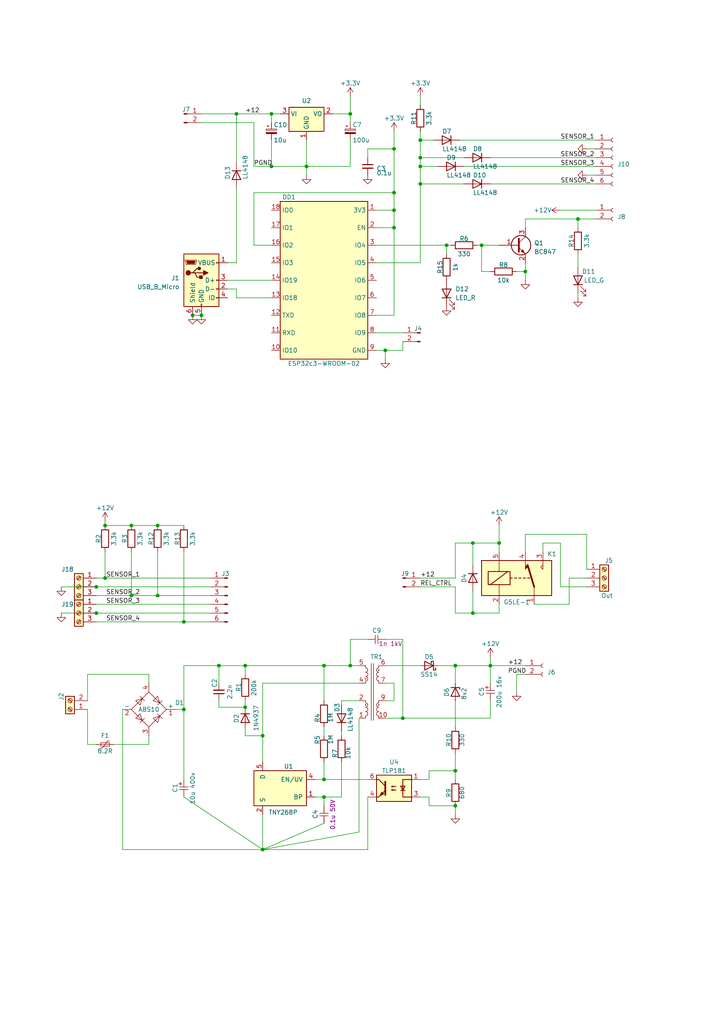
<source format=kicad_sch>
(kicad_sch (version 20230121) (generator eeschema)
  (paper "A4" portrait)
  (title_block (title "Stop Water") (date "2023-05-25") (rev "1"))
  (lib_symbols
    (symbol "Connector:Conn_01x02_Pin" (pin_names (offset 1.016) hide)
      (property "Reference" "J" (at 0 2.54 0))
      (property "Value" "Conn_01x02_Pin" (at 0 -5.08 0))
      (symbol "Conn_01x02_Pin_1_1"
        (pin passive line (at 5.08 0 180) (length 3.81) (name "Pin_1") (number "1"))
        (pin passive line (at 5.08 -2.54 180) (length 3.81) (name "Pin_2") (number "2"))
      )
    )
    (symbol "Connector:Conn_01x02_Socket" (pin_names (offset 1.016) hide)
      (property "Reference" "J" (at 0 2.54 0))
      (property "Value" "Conn_01x02_Socket" (at 0 -5.08 0))
      (symbol "Conn_01x02_Socket_1_1"
        (pin passive line (at -5.08 0 0) (length 3.81) (name "Pin_1") (number "1"))
        (pin passive line (at -5.08 -2.54 0) (length 3.81) (name "Pin_2") (number "2"))
      )
    )
    (symbol "Connector:Conn_01x06_Pin" (pin_names (offset 1.016) hide)
      (property "Reference" "J" (at 0 7.62 0))
      (property "Value" "Conn_01x06_Pin" (at 0 -10.16 0))
      (symbol "Conn_01x06_Pin_1_1"
        (pin passive line (at 5.08 5.08 180) (length 3.81) (name "Pin_1") (number "1"))
        (pin passive line (at 5.08 2.54 180) (length 3.81) (name "Pin_2") (number "2"))
        (pin passive line (at 5.08 0 180) (length 3.81) (name "Pin_3") (number "3"))
        (pin passive line (at 5.08 -2.54 180) (length 3.81) (name "Pin_4") (number "4"))
        (pin passive line (at 5.08 -5.08 180) (length 3.81) (name "Pin_5") (number "5"))
        (pin passive line (at 5.08 -7.62 180) (length 3.81) (name "Pin_6") (number "6"))
      )
    )
    (symbol "Connector:Conn_01x06_Socket" (pin_names (offset 1.016) hide)
      (property "Reference" "J" (at 0 7.62 0))
      (property "Value" "Conn_01x06_Socket" (at 0 -10.16 0))
      (symbol "Conn_01x06_Socket_1_1"
        (pin passive line (at -5.08 5.08 0) (length 3.81) (name "Pin_1") (number "1"))
        (pin passive line (at -5.08 2.54 0) (length 3.81) (name "Pin_2") (number "2"))
        (pin passive line (at -5.08 0 0) (length 3.81) (name "Pin_3") (number "3"))
        (pin passive line (at -5.08 -2.54 0) (length 3.81) (name "Pin_4") (number "4"))
        (pin passive line (at -5.08 -5.08 0) (length 3.81) (name "Pin_5") (number "5"))
        (pin passive line (at -5.08 -7.62 0) (length 3.81) (name "Pin_6") (number "6"))
      )
    )
    (symbol "Connector:Screw_Terminal_01x02" (pin_names (offset 1.016) hide)
      (property "Reference" "J" (at 0 2.54 0))
      (property "Value" "Screw_Terminal_01x02" (at 0 -5.08 0))
      (symbol "Screw_Terminal_01x02_1_1"
        (pin passive line (at -5.08 0 0) (length 3.81) (name "Pin_1") (number "1"))
        (pin passive line (at -5.08 -2.54 0) (length 3.81) (name "Pin_2") (number "2"))
      )
    )
    (symbol "Connector:Screw_Terminal_01x03" (pin_names (offset 1.016) hide)
      (property "Reference" "J" (at 0 5.08 0))
      (property "Value" "Screw_Terminal_01x03" (at 0 -5.08 0))
      (symbol "Screw_Terminal_01x03_1_1"
        (pin passive line (at -5.08 2.54 0) (length 3.81) (name "Pin_1") (number "1"))
        (pin passive line (at -5.08 0 0) (length 3.81) (name "Pin_2") (number "2"))
        (pin passive line (at -5.08 -2.54 0) (length 3.81) (name "Pin_3") (number "3"))
      )
    )
    (symbol "Connector:USB_B_Micro" (pin_names (offset 1.016))
      (property "Reference" "J" (at -5.08 11.43 0))
      (property "Value" "USB_B_Micro" (at -5.08 8.89 0))
      (symbol "USB_B_Micro_1_1"
        (pin power_out line (at 7.62 5.08 180) (length 2.54) (name "VBUS") (number "1"))
        (pin bidirectional line (at 7.62 -2.54 180) (length 2.54) (name "D-") (number "2"))
        (pin bidirectional line (at 7.62 0 180) (length 2.54) (name "D+") (number "3"))
        (pin passive line (at 7.62 -5.08 180) (length 2.54) (name "ID") (number "4"))
        (pin power_out line (at 0 -10.16 90) (length 2.54) (name "GND") (number "5"))
        (pin passive line (at -2.54 -10.16 90) (length 2.54) (name "Shield") (number "6"))
      )
    )
    (symbol "Device:C_Polarized_Small" (pin_numbers hide) (pin_names (offset 0.254) hide)
      (property "Reference" "C" (at 0.254 1.778 0))
      (property "Value" "C_Polarized_Small" (at 0.254 -2.032 0))
      (symbol "C_Polarized_Small_1_1"
        (pin passive line (at 0 2.54 270) (length 1.8542) (name "~") (number "1"))
        (pin passive line (at 0 -2.54 90) (length 1.8542) (name "~") (number "2"))
      )
    )
    (symbol "Device:C_Small" (pin_numbers hide) (pin_names (offset 0.254) hide)
      (property "Reference" "C" (at 0.254 1.778 0))
      (property "Value" "C_Small" (at 0.254 -2.032 0))
      (symbol "C_Small_1_1"
        (pin passive line (at 0 2.54 270) (length 2.032) (name "~") (number "1"))
        (pin passive line (at 0 -2.54 90) (length 2.032) (name "~") (number "2"))
      )
    )
    (symbol "Device:D_Zener" (pin_numbers hide) (pin_names (offset 1.016) hide)
      (property "Reference" "D6" (at -0.635 2.54 90))
      (property "Value" "D_Zener" (at 1.905 2.54 90))
      (symbol "D_Zener_1_1"
        (pin passive line (at -2.54 0 0) (length 0.635) (name "K") (number "1"))
        (pin passive line (at 2.54 0 180) (length 0.635) (name "A") (number "2"))
      )
    )
    (symbol "Device:LED" (pin_numbers hide) (pin_names (offset 1.016) hide)
      (property "Reference" "D" (at 0 2.54 0))
      (property "Value" "LED" (at 0 -2.54 0))
      (symbol "LED_1_1"
        (pin passive line (at -3.81 0 0) (length 2.54) (name "K") (number "1"))
        (pin passive line (at 3.81 0 180) (length 2.54) (name "A") (number "2"))
      )
    )
    (symbol "Device:Polyfuse_Small" (pin_numbers hide) (pin_names (offset 0))
      (property "Reference" "F" (at -1.905 0 90))
      (property "Value" "Polyfuse_Small" (at 1.905 0 90))
      (symbol "Polyfuse_Small_1_1"
        (pin passive line (at 0 2.54 270) (length 0.635) (name "~") (number "1"))
        (pin passive line (at 0 -2.54 90) (length 0.635) (name "~") (number "2"))
      )
    )
    (symbol "Device:R" (pin_numbers hide) (pin_names (offset 0))
      (property "Reference" "R" (at 2.032 0 90))
      (property "Value" "R" (at 0 0 90))
      (symbol "R_1_1"
        (pin passive line (at 0 3.81 270) (length 1.27) (name "~") (number "1"))
        (pin passive line (at 0 -3.81 90) (length 1.27) (name "~") (number "2"))
      )
    )
    (symbol "Diode:LL4148" (pin_numbers hide) (pin_names hide)
      (property "Reference" "D" (at 0 2.54 0))
      (property "Value" "LL4148" (at 0 -2.54 0))
      (symbol "LL4148_1_1"
        (pin passive line (at -3.81 0 0) (length 2.54) (name "K") (number "1"))
        (pin passive line (at 3.81 0 180) (length 2.54) (name "A") (number "2"))
      )
    )
    (symbol "Diode:MMSD4148" (pin_numbers hide) (pin_names hide)
      (property "Reference" "D" (at 0 2.54 0))
      (property "Value" "MMSD4148" (at 0 -2.54 0))
      (symbol "MMSD4148_1_1"
        (pin passive line (at -3.81 0 0) (length 2.54) (name "K") (number "1"))
        (pin passive line (at 3.81 0 180) (length 2.54) (name "A") (number "2"))
      )
    )
    (symbol "Diode_Bridge:ABS10" (pin_names (offset 0))
      (property "Reference" "D" (at 2.54 6.985 0))
      (property "Value" "ABS10" (at 2.54 5.08 0))
      (symbol "ABS10_1_1"
        (pin passive line (at 7.62 0 180) (length 2.54) (name "+") (number "1"))
        (pin passive line (at -7.62 0 0) (length 2.54) (name "-") (number "2"))
        (pin passive line (at 0 -7.62 90) (length 2.54) (name "~") (number "3"))
        (pin passive line (at 0 7.62 270) (length 2.54) (name "~") (number "4"))
      )
    )
    (symbol "Isolator:TLP185"
      (property "Reference" "U" (at -5.08 5.08 0))
      (property "Value" "TLP185" (at -5.08 -5.08 0))
      (symbol "TLP185_1_1"
        (pin passive line (at -7.62 2.54 0) (length 2.54) (name "~") (number "1"))
        (pin passive line (at -7.62 -2.54 0) (length 2.54) (name "~") (number "3"))
        (pin passive line (at 7.62 -2.54 180) (length 2.54) (name "~") (number "4"))
        (pin passive line (at 7.62 2.54 180) (length 2.54) (name "~") (number "6"))
      )
    )
    (symbol "Regulator_Linear:LD1117S33TR_SOT223"
      (property "Reference" "U" (at -3.81 3.175 0))
      (property "Value" "LD1117S33TR_SOT223" (at 0 3.175 0))
      (symbol "LD1117S33TR_SOT223_1_1"
        (pin power_in line (at 0 -7.62 90) (length 2.54) (name "GND") (number "1"))
        (pin power_out line (at 7.62 0 180) (length 2.54) (name "VO") (number "2"))
        (pin power_in line (at -7.62 0 0) (length 2.54) (name "VI") (number "3"))
      )
    )
    (symbol "Regulator_Switching:TNY268P" (pin_names (offset 1.016))
      (property "Reference" "U" (at 0 8.89 0))
      (property "Value" "TNY268P" (at 0 6.35 0))
      (symbol "TNY268P_1_1"
        (pin input line (at 10.16 -2.54 180) (length 2.54) (name "BP") (number "1"))
        (pin power_in line (at -5.08 -7.62 90) (length 2.54) (name "S") (number "2"))
        (pin passive line (at -5.08 -7.62 90) (length 2.54) hide (name "S") (number "3"))
        (pin input line (at 10.16 2.54 180) (length 2.54) (name "EN/UV") (number "4"))
        (pin open_collector line (at -5.08 7.62 270) (length 2.54) (name "D") (number "5"))
        (pin passive line (at -5.08 -7.62 90) (length 2.54) hide (name "S") (number "7"))
        (pin passive line (at -5.08 -7.62 90) (length 2.54) hide (name "S") (number "8"))
      )
    )
    (symbol "Relay:G5LE-1"
      (property "Reference" "K" (at 11.43 3.81 0))
      (property "Value" "G5LE-1" (at 11.43 1.27 0))
      (symbol "G5LE-1_1_1"
        (pin passive line (at 5.08 -7.62 90) (length 2.54) (name "~") (number "1"))
        (pin passive line (at -5.08 -7.62 90) (length 2.54) (name "~") (number "2"))
        (pin passive line (at 7.62 7.62 270) (length 2.54) (name "~") (number "3"))
        (pin passive line (at 2.54 7.62 270) (length 2.54) (name "~") (number "4"))
        (pin passive line (at -5.08 7.62 270) (length 2.54) (name "~") (number "5"))
      )
    )
    (symbol "Transistor_BJT:BC847" (pin_names (offset 0) hide)
      (property "Reference" "Q" (at 5.08 1.905 0))
      (property "Value" "BC847" (at 5.08 0 0))
      (symbol "BC847_1_1"
        (pin input line (at -5.08 0 0) (length 5.715) (name "B") (number "1"))
        (pin passive line (at 2.54 -5.08 90) (length 2.54) (name "E") (number "2"))
        (pin passive line (at 2.54 5.08 270) (length 2.54) (name "C") (number "3"))
      )
    )
    (symbol "power:+12V" (power) (pin_names (offset 0))
      (property "Value" "+12V" (at 0 3.556 0))
      (symbol "+12V_1_1"
        (pin power_in line (at 0 0 90) (length 0) hide (name "+12V") (number "1"))
      )
    )
    (symbol "power:+3.3V" (power) (pin_names (offset 0))
      (property "Value" "+3.3V" (at 0 3.556 0))
      (symbol "+3.3V_1_1"
        (pin power_in line (at 0 0 90) (length 0) hide (name "+3.3V") (number "1"))
      )
    )
    (symbol "power:GND" (power) (pin_names (offset 0))
      (property "Value" "GND" (at 0 -3.81 0))
      (symbol "GND_1_1"
        (pin power_in line (at 0 0 270) (length 0) hide (name "GND") (number "1"))
      )
    )
    (symbol "stopwater:1N4937" (pin_numbers hide) (pin_names hide)
      (property "Reference" "D3" (at 0 -5.08 0))
      (property "Value" "1N4007" (at 0 -2.54 0))
      (symbol "1N4937_1_1"
        (pin passive line (at -2.54 0 0) (length 2.54) (name "K") (number "1"))
        (pin passive line (at 2.54 0 180) (length 2.54) (name "A") (number "2"))
      )
    )
    (symbol "stopwater:1N5819" (pin_numbers hide) (pin_names hide)
      (property "Reference" "D4" (at -0.3175 -5.08 0))
      (property "Value" "1N5819" (at -0.3175 -2.54 0))
      (symbol "1N5819_1_1"
        (pin passive line (at -2.54 0 0) (length 2.54) (name "K") (number "1"))
        (pin passive line (at 2.54 0 180) (length 2.54) (name "A") (number "2"))
      )
    )
    (symbol "stopwater:C" (pin_numbers hide) (pin_names (offset 0.254) hide)
      (property "Reference" "C8" (at -2.54 -1.27 90))
      (property "Value_1" "0.1u" (at 2.54 0 90))
      (symbol "C_1_1"
        (pin passive line (at 0 2.54 270) (length 1.8542) (name "plus") (number "1"))
        (pin passive line (at 0 -2.54 90) (length 1.8542) (name "minus") (number "2"))
      )
    )
    (symbol "stopwater:C_Polarized_Small" (pin_numbers hide) (pin_names (offset 0.254) hide)
      (property "Reference" "C7" (at 2.54 1.1811 0))
      (property "Value" "C_Polarized_Small" (at 2.54 -1.3589 0))
      (symbol "C_Polarized_Small_1_1"
        (text "+" (at -1.016 1.397 0) (effects (font (size 1.27 1.27))))
        (pin passive line (at 0 2.54 270) (length 1.8542) (name "plus") (number "1"))
        (pin passive line (at 0 -2.54 90) (length 1.8542) (name "minus") (number "2"))
      )
    )
    (symbol "stopwater:ESP32C3-WROOM-02"
      (property "Reference" "DD1" (at 1.9559 36.83 0))
      (property "Value" "ESP32c3-WROOM-02" (at -10.16 -15.24 0))
      (symbol "ESP32C3-WROOM-02_1_0"
        (pin power_in line (at -15.24 -10.16 0) (length 2.54) hide (name "GND") (number "19"))
      )
      (symbol "ESP32C3-WROOM-02_1_1"
        (pin power_in line (at -15.24 30.48 0) (length 2.54) (name "3V3") (number "1"))
        (pin bidirectional line (at 15.24 -10.16 180) (length 2.54) (name "IO10") (number "10"))
        (pin bidirectional line (at 15.24 -5.08 180) (length 2.54) (name "RXD") (number "11"))
        (pin bidirectional line (at 15.24 0 180) (length 2.54) (name "TXD") (number "12"))
        (pin bidirectional line (at 15.24 5.08 180) (length 2.54) (name "IO18") (number "13"))
        (pin bidirectional line (at 15.24 10.16 180) (length 2.54) (name "IO19") (number "14"))
        (pin bidirectional line (at 15.24 15.24 180) (length 2.54) (name "IO3") (number "15"))
        (pin bidirectional line (at 15.24 20.32 180) (length 2.54) (name "IO2") (number "16"))
        (pin bidirectional line (at 15.24 25.4 180) (length 2.54) (name "IO1") (number "17"))
        (pin bidirectional line (at 15.24 30.48 180) (length 2.54) (name "IO0") (number "18"))
        (pin power_in line (at -15.24 25.4 0) (length 2.54) (name "EN") (number "2"))
        (pin power_in line (at -15.24 20.32 0) (length 2.54) (name "IO4") (number "3"))
        (pin bidirectional line (at -15.24 15.24 0) (length 2.54) (name "IO5") (number "4"))
        (pin bidirectional line (at -15.24 10.16 0) (length 2.54) (name "IO6") (number "5"))
        (pin bidirectional line (at -15.24 5.08 0) (length 2.54) (name "IO7") (number "6"))
        (pin bidirectional line (at -15.24 0 0) (length 2.54) (name "IO8") (number "7"))
        (pin bidirectional line (at -15.24 -5.08 0) (length 2.54) (name "IO9") (number "8"))
        (pin power_in line (at -15.24 -10.16 0) (length 2.54) (name "GND") (number "9"))
      )
    )
    (symbol "stopwater:FAT_74082"
      (property "Reference" "TR1" (at -2.54 17.78 0))
      (symbol "FAT_74082_1_1"
        (pin passive line (at -7.62 0 0) (length 1.27) (name "~") (number "1"))
        (pin passive line (at 0 0 180) (length 1.27) (name "~") (number "10"))
        (pin passive line (at -7.62 5.08 0) (length 1.27) (name "~") (number "2"))
        (pin passive line (at -7.62 10.16 0) (length 1.27) (name "~") (number "4"))
        (pin passive line (at -7.62 15.24 0) (length 1.27) (name "~") (number "5"))
        (pin passive line (at 0 15.24 180) (length 1.27) (name "~") (number "6"))
        (pin passive line (at 0 10.16 180) (length 1.27) (name "~") (number "7"))
        (pin no_connect line (at 0 7.62 180) (length 2.54) hide (name "~") (number "8"))
        (pin passive line (at 0 5.08 180) (length 1.27) (name "~") (number "9"))
      )
    )
  )
  (junction (at 101.6 193.04))
  (junction (at 58.42 91.44))
  (junction (at 139.7 71.12))
  (junction (at 121.92 40.64))
  (junction (at 30.48 152.4))
  (junction (at 121.92 45.72))
  (junction (at 30.48 167.64))
  (junction (at 132.08 233.68))
  (junction (at 114.3 43.18))
  (junction (at 121.92 48.26))
  (junction (at 27.94 170.18))
  (junction (at 101.6 33.02))
  (junction (at 137.16 177.8))
  (junction (at 78.74 48.26))
  (junction (at 93.98 231.14))
  (junction (at 45.72 152.4))
  (junction (at 27.94 177.8))
  (junction (at 88.9 48.26))
  (junction (at 78.74 33.02))
  (junction (at 152.4 78.74))
  (junction (at 68.58 33.02))
  (junction (at 167.64 63.5))
  (junction (at 144.78 157.48))
  (junction (at 114.3 55.88))
  (junction (at 111.76 101.6))
  (junction (at 116.84 208.28))
  (junction (at 132.08 223.52))
  (junction (at 114.3 66.04))
  (junction (at 55.88 91.44))
  (junction (at 53.34 180.34))
  (junction (at 76.2 246.38))
  (junction (at 93.98 193.04))
  (junction (at 121.92 53.34))
  (junction (at 53.34 205.74))
  (junction (at 93.98 226.06))
  (junction (at 142.24 193.04))
  (junction (at 76.2 213.36))
  (junction (at 114.3 60.96))
  (junction (at 71.12 205.105))
  (junction (at 129.54 71.12))
  (junction (at 71.12 193.04))
  (junction (at 45.72 172.72))
  (junction (at 132.08 193.04))
  (junction (at 137.16 157.48))
  (junction (at 38.1 152.4))
  (junction (at 38.1 172.72))
  (junction (at 63.5 193.04))
  (wire (pts (xy 134.62 48.26) (xy 172.72 48.26)))
  (wire (pts (xy 152.4 154.94) (xy 152.4 160.02)))
  (wire (pts (xy 121.92 170.18) (xy 132.08 170.18)))
  (wire (pts (xy 132.08 218.44) (xy 132.08 223.52)))
  (wire (pts (xy 142.24 193.04) (xy 142.24 198.12)))
  (wire (pts (xy 170.18 167.64) (xy 165.1 167.64)))
  (wire (pts (xy 132.08 170.18) (xy 132.08 177.8)))
  (wire (pts (xy 76.2 246.38) (xy 93.98 238.76)))
  (wire (pts (xy 30.48 167.64) (xy 27.94 167.64)))
  (wire (pts (xy 121.92 40.64) (xy 121.92 45.72)))
  (wire (pts (xy 106.68 45.72) (xy 106.68 43.18)))
  (wire (pts (xy 71.12 205.74) (xy 71.12 205.105)))
  (wire (pts (xy 121.92 45.72) (xy 121.92 48.26)))
  (wire (pts (xy 38.1 152.4) (xy 45.72 152.4)))
  (wire (pts (xy 30.48 151.13) (xy 30.48 152.4)))
  (wire (pts (xy 93.98 193.04) (xy 93.98 203.2)))
  (wire (pts (xy 45.72 160.02) (xy 45.72 172.72)))
  (wire (pts (xy 53.34 160.02) (xy 53.34 180.34)))
  (wire (pts (xy 101.6 185.42) (xy 101.6 193.04)))
  (wire (pts (xy 109.22 60.96) (xy 114.3 60.96)))
  (wire (pts (xy 45.72 152.4) (xy 53.34 152.4)))
  (wire (pts (xy 167.64 85.09) (xy 167.64 86.36)))
  (wire (pts (xy 121.92 48.26) (xy 121.92 53.34)))
  (wire (pts (xy 93.98 210.82) (xy 93.98 213.36)))
  (wire (pts (xy 139.7 71.12) (xy 144.78 71.12)))
  (wire (pts (xy 53.34 205.74) (xy 53.34 226.06)))
  (wire (pts (xy 63.5 203.2) (xy 63.5 205.105)))
  (wire (pts (xy 142.24 53.34) (xy 172.72 53.34)))
  (wire (pts (xy 132.08 223.52) (xy 124.46 223.52)))
  (wire (pts (xy 53.34 231.14) (xy 76.2 246.38)))
  (wire (pts (xy 121.92 48.26) (xy 127 48.26)))
  (wire (pts (xy 165.1 167.64) (xy 165.1 175.26)))
  (wire (pts (xy 132.08 236.22) (xy 132.08 233.68)))
  (wire (pts (xy 144.78 160.02) (xy 144.78 157.48)))
  (wire (pts (xy 17.78 170.18) (xy 27.94 170.18)))
  (wire (pts (xy 71.12 205.105) (xy 71.12 203.2)))
  (wire (pts (xy 71.12 193.04) (xy 71.12 195.58)))
  (wire (pts (xy 114.3 203.2) (xy 114.3 198.12)))
  (wire (pts (xy 93.98 193.04) (xy 101.6 193.04)))
  (wire (pts (xy 88.9 40.64) (xy 88.9 48.26)))
  (wire (pts (xy 68.58 83.82) (xy 66.04 83.82)))
  (wire (pts (xy 43.18 215.9) (xy 33.02 215.9)))
  (wire (pts (xy 142.24 45.72) (xy 172.72 45.72)))
  (wire (pts (xy 60.96 180.34) (xy 53.34 180.34)))
  (wire (pts (xy 106.68 43.18) (xy 114.3 43.18)))
  (wire (pts (xy 101.6 27.94) (xy 101.6 33.02)))
  (wire (pts (xy 133.35 40.64) (xy 172.72 40.64)))
  (wire (pts (xy 111.76 198.12) (xy 114.3 198.12)))
  (wire (pts (xy 121.92 76.2) (xy 109.22 76.2)))
  (wire (pts (xy 104.14 241.3) (xy 76.2 246.38)))
  (wire (pts (xy 121.92 38.1) (xy 121.92 40.64)))
  (wire (pts (xy 99.06 231.14) (xy 93.98 231.14)))
  (wire (pts (xy 144.78 157.48) (xy 137.16 157.48)))
  (wire (pts (xy 38.1 160.02) (xy 38.1 172.72)))
  (wire (pts (xy 106.68 231.14) (xy 106.68 246.38)))
  (wire (pts (xy 25.4 215.9) (xy 25.4 205.74)))
  (wire (pts (xy 68.58 86.36) (xy 68.58 83.82)))
  (wire (pts (xy 53.34 205.74) (xy 50.8 205.74)))
  (wire (pts (xy 71.12 210.82) (xy 71.12 213.36)))
  (wire (pts (xy 116.84 101.6) (xy 111.76 101.6)))
  (wire (pts (xy 68.58 33.02) (xy 68.58 46.99)))
  (wire (pts (xy 162.56 60.96) (xy 172.72 60.96)))
  (wire (pts (xy 68.58 76.2) (xy 66.04 76.2)))
  (wire (pts (xy 78.74 81.28) (xy 66.04 81.28)))
  (wire (pts (xy 109.22 101.6) (xy 111.76 101.6)))
  (wire (pts (xy 60.96 170.18) (xy 27.94 170.18)))
  (wire (pts (xy 121.92 53.34) (xy 121.92 76.2)))
  (wire (pts (xy 111.76 208.28) (xy 116.84 208.28)))
  (wire (pts (xy 109.22 71.12) (xy 129.54 71.12)))
  (wire (pts (xy 35.56 205.74) (xy 35.56 246.38)))
  (wire (pts (xy 91.44 231.14) (xy 93.98 231.14)))
  (wire (pts (xy 149.86 195.58) (xy 149.86 200.66)))
  (wire (pts (xy 99.06 212.09) (xy 99.06 213.36)))
  (wire (pts (xy 93.98 220.98) (xy 93.98 226.06)))
  (wire (pts (xy 45.72 172.72) (xy 38.1 172.72)))
  (wire (pts (xy 124.46 226.06) (xy 121.92 226.06)))
  (wire (pts (xy 35.56 246.38) (xy 76.2 246.38)))
  (wire (pts (xy 43.18 195.58) (xy 25.4 195.58)))
  (wire (pts (xy 76.2 198.12) (xy 76.2 213.36)))
  (wire (pts (xy 38.1 172.72) (xy 27.94 172.72)))
  (wire (pts (xy 60.96 167.64) (xy 30.48 167.64)))
  (wire (pts (xy 139.7 71.12) (xy 139.7 78.74)))
  (wire (pts (xy 132.08 177.8) (xy 137.16 177.8)))
  (wire (pts (xy 53.34 180.34) (xy 27.94 180.34)))
  (wire (pts (xy 104.14 208.28) (xy 104.14 241.3)))
  (wire (pts (xy 132.08 203.2) (xy 132.08 210.82)))
  (wire (pts (xy 17.78 177.8) (xy 27.94 177.8)))
  (wire (pts (xy 101.6 33.02) (xy 101.6 35.56)))
  (wire (pts (xy 91.44 226.06) (xy 93.98 226.06)))
  (wire (pts (xy 60.96 177.8) (xy 27.94 177.8)))
  (wire (pts (xy 142.24 203.2) (xy 142.24 208.28)))
  (wire (pts (xy 93.98 231.14) (xy 93.98 233.68)))
  (wire (pts (xy 138.43 71.12) (xy 139.7 71.12)))
  (wire (pts (xy 53.34 193.04) (xy 63.5 193.04)))
  (wire (pts (xy 88.9 48.26) (xy 101.6 48.26)))
  (wire (pts (xy 142.24 190.5) (xy 142.24 193.04)))
  (wire (pts (xy 170.18 154.94) (xy 152.4 154.94)))
  (wire (pts (xy 99.06 203.2) (xy 99.06 204.47)))
  (wire (pts (xy 157.48 157.48) (xy 162.56 157.48)))
  (wire (pts (xy 132.08 193.04) (xy 142.24 193.04)))
  (wire (pts (xy 121.92 53.34) (xy 134.62 53.34)))
  (wire (pts (xy 88.9 50.8) (xy 88.9 48.26)))
  (wire (pts (xy 114.3 55.88) (xy 73.66 55.88)))
  (wire (pts (xy 73.66 71.12) (xy 73.66 55.88)))
  (wire (pts (xy 114.3 38.1) (xy 114.3 43.18)))
  (wire (pts (xy 121.92 27.94) (xy 121.92 30.48)))
  (wire (pts (xy 132.08 157.48) (xy 137.16 157.48)))
  (wire (pts (xy 111.76 185.42) (xy 116.84 185.42)))
  (wire (pts (xy 76.2 246.38) (xy 106.68 246.38)))
  (wire (pts (xy 73.66 35.56) (xy 73.66 48.26)))
  (wire (pts (xy 152.4 63.5) (xy 152.4 66.04)))
  (wire (pts (xy 124.46 233.68) (xy 124.46 231.14)))
  (wire (pts (xy 152.4 195.58) (xy 149.86 195.58)))
  (wire (pts (xy 132.08 157.48) (xy 132.08 167.64)))
  (wire (pts (xy 121.92 40.64) (xy 125.73 40.64)))
  (wire (pts (xy 71.12 213.36) (xy 76.2 213.36)))
  (wire (pts (xy 109.22 91.44) (xy 114.3 91.44)))
  (wire (pts (xy 132.08 233.68) (xy 124.46 233.68)))
  (wire (pts (xy 132.08 226.06) (xy 132.08 223.52)))
  (wire (pts (xy 104.14 198.12) (xy 76.2 198.12)))
  (wire (pts (xy 114.3 60.96) (xy 114.3 55.88)))
  (wire (pts (xy 101.6 193.04) (xy 104.14 193.04)))
  (wire (pts (xy 30.48 152.4) (xy 38.1 152.4)))
  (wire (pts (xy 76.2 246.38) (xy 76.2 236.22)))
  (wire (pts (xy 114.3 55.88) (xy 114.3 43.18)))
  (wire (pts (xy 63.5 198.12) (xy 63.5 193.04)))
  (wire (pts (xy 68.58 33.02) (xy 78.74 33.02)))
  (wire (pts (xy 116.84 185.42) (xy 116.84 208.28)))
  (wire (pts (xy 137.16 177.8) (xy 144.78 177.8)))
  (wire (pts (xy 68.58 54.61) (xy 68.58 76.2)))
  (wire (pts (xy 58.42 33.02) (xy 68.58 33.02)))
  (wire (pts (xy 78.74 33.02) (xy 78.74 35.56)))
  (wire (pts (xy 78.74 71.12) (xy 73.66 71.12)))
  (wire (pts (xy 121.92 45.72) (xy 134.62 45.72)))
  (wire (pts (xy 73.66 35.56) (xy 58.42 35.56)))
  (wire (pts (xy 116.84 99.06) (xy 116.84 101.6)))
  (wire (pts (xy 93.98 226.06) (xy 106.68 226.06)))
  (wire (pts (xy 96.52 33.02) (xy 101.6 33.02)))
  (wire (pts (xy 152.4 78.74) (xy 152.4 76.2)))
  (wire (pts (xy 157.48 157.48) (xy 157.48 160.02)))
  (wire (pts (xy 60.96 172.72) (xy 45.72 172.72)))
  (wire (pts (xy 167.64 77.47) (xy 167.64 73.66)))
  (wire (pts (xy 121.92 231.14) (xy 124.46 231.14)))
  (wire (pts (xy 63.5 193.04) (xy 71.12 193.04)))
  (wire (pts (xy 78.74 33.02) (xy 81.28 33.02)))
  (wire (pts (xy 114.3 66.04) (xy 114.3 91.44)))
  (wire (pts (xy 71.12 193.04) (xy 93.98 193.04)))
  (wire (pts (xy 170.18 50.8) (xy 172.72 50.8)))
  (wire (pts (xy 137.16 157.48) (xy 137.16 163.83)))
  (wire (pts (xy 124.46 223.52) (xy 124.46 226.06)))
  (wire (pts (xy 58.42 91.44) (xy 55.88 91.44)))
  (wire (pts (xy 78.74 48.26) (xy 88.9 48.26)))
  (wire (pts (xy 53.34 205.74) (xy 53.34 193.04)))
  (wire (pts (xy 114.3 66.04) (xy 114.3 60.96)))
  (wire (pts (xy 78.74 86.36) (xy 68.58 86.36)))
  (wire (pts (xy 111.76 101.6) (xy 111.76 104.14)))
  (wire (pts (xy 152.4 193.04) (xy 142.24 193.04)))
  (wire (pts (xy 43.18 198.12) (xy 43.18 195.58)))
  (wire (pts (xy 162.56 157.48) (xy 162.56 170.18)))
  (wire (pts (xy 137.16 171.45) (xy 137.16 177.8)))
  (wire (pts (xy 106.68 185.42) (xy 101.6 185.42)))
  (wire (pts (xy 149.86 78.74) (xy 152.4 78.74)))
  (wire (pts (xy 152.4 81.28) (xy 152.4 78.74)))
  (wire (pts (xy 144.78 175.26) (xy 144.78 177.8)))
  (wire (pts (xy 111.76 203.2) (xy 114.3 203.2)))
  (wire (pts (xy 63.5 205.105) (xy 71.12 205.105)))
  (wire (pts (xy 43.18 213.36) (xy 43.18 215.9)))
  (wire (pts (xy 73.66 48.26) (xy 78.74 48.26)))
  (wire (pts (xy 99.06 220.98) (xy 99.06 231.14)))
  (wire (pts (xy 129.54 71.12) (xy 129.54 73.66)))
  (wire (pts (xy 27.94 215.9) (xy 25.4 215.9)))
  (wire (pts (xy 76.2 213.36) (xy 76.2 220.98)))
  (wire (pts (xy 132.08 198.12) (xy 132.08 193.04)))
  (wire (pts (xy 109.22 66.04) (xy 114.3 66.04)))
  (wire (pts (xy 116.84 96.52) (xy 109.22 96.52)))
  (wire (pts (xy 121.92 167.64) (xy 132.08 167.64)))
  (wire (pts (xy 167.64 63.5) (xy 167.64 66.04)))
  (wire (pts (xy 129.54 71.12) (xy 130.81 71.12)))
  (wire (pts (xy 116.84 208.28) (xy 142.24 208.28)))
  (wire (pts (xy 172.72 43.18) (xy 170.18 43.18)))
  (wire (pts (xy 152.4 63.5) (xy 167.64 63.5)))
  (wire (pts (xy 30.48 160.02) (xy 30.48 167.64)))
  (wire (pts (xy 101.6 40.64) (xy 101.6 48.26)))
  (wire (pts (xy 167.64 63.5) (xy 172.72 63.5)))
  (wire (pts (xy 111.76 193.04) (xy 121.92 193.04)))
  (wire (pts (xy 60.96 175.26) (xy 27.94 175.26)))
  (wire (pts (xy 127 193.04) (xy 132.08 193.04)))
  (wire (pts (xy 99.06 203.2) (xy 104.14 203.2)))
  (wire (pts (xy 142.24 78.74) (xy 139.7 78.74)))
  (wire (pts (xy 25.4 195.58) (xy 25.4 203.2)))
  (wire (pts (xy 144.78 152.4) (xy 144.78 157.48)))
  (wire (pts (xy 78.74 40.64) (xy 78.74 48.26)))
  (wire (pts (xy 162.56 170.18) (xy 170.18 170.18)))
  (wire (pts (xy 170.18 165.1) (xy 170.18 154.94)))
  (wire (pts (xy 154.94 175.26) (xy 165.1 175.26)))
  (label "SENSOR_3" (at 40.64 175.26 180))
  (label "SENSOR_1" (at 162.56 40.64 0))
  (label "REL_CTRL" (at 121.92 170.18 0))
  (label "SENSOR_4" (at 40.64 180.34 180))
  (label "+12" (at 71.12 33.02 0))
  (label "SENSOR_4" (at 162.56 53.34 0))
  (label "PGND" (at 73.66 48.26 0))
  (label "PGND" (at 147.32 195.58 0))
  (label "SENSOR_1" (at 40.64 167.64 180))
  (label "SENSOR_2" (at 40.64 172.72 180))
  (label "+12" (at 121.92 167.64 0))
  (label "SENSOR_2" (at 162.56 45.72 0))
  (label "SENSOR_3" (at 162.56 48.26 0))
  (label "+12" (at 147.32 193.04 0))
  (symbol (lib_id "power:+12V") (at 142.24 190.5 0) (unit 1)
    (property "Reference" "#PWR010" (effects hide))
    (property "Value" "+12V" (at 142.24 186.69 0))
  )
  (symbol (lib_id "Connector:Conn_01x06_Socket") (at 177.8 45.72 0) (unit 1)
    (property "Reference" "J10" (at 179.07 47.625 0) (effects (justify left)))
    (property "Value" "Conn_01x06_Socket" (effects hide))
  )
  (symbol (lib_id "power:GND") (at 17.78 177.8 0) (unit 1)
    (property "Reference" "#PWR020" (effects hide))
    (property "Value" "GND" (effects hide))
  )
  (symbol (lib_id "Diode:LL4148") (at 68.58 50.8 270) (unit 1)
    (property "Reference" "D13" (at 66.04 52.07 0) (effects (justify right)))
    (property "Value" "LL4148" (at 71.12 52.07 0) (effects (justify right)))
    (property "Footprint" "Diode_SMD:D_MiniMELF" (effects hide))
    (property "Datasheet" "http://www.vishay.com/docs/85557/ll4148.pdf" (effects hide))
    (property "Sim.Device" "D" (effects hide))
    (property "Sim.Pins" "1=K 2=A" (effects hide))
  )
  (symbol (lib_id "Diode:LL4148") (at 129.54 40.64 180) (unit 1)
    (property "Reference" "D7" (at 128.27 38.1 0) (effects (justify right)))
    (property "Value" "LL4148" (at 128.27 43.18 0) (effects (justify right)))
    (property "Footprint" "Diode_SMD:D_MiniMELF" (effects hide))
    (property "Datasheet" "http://www.vishay.com/docs/85557/ll4148.pdf" (effects hide))
    (property "Sim.Device" "D" (effects hide))
    (property "Sim.Pins" "1=K 2=A" (effects hide))
  )
  (symbol (lib_id "power:GND") (at 58.42 91.44 0) (mirror y) (unit 1)
    (property "Reference" "#PWR02" (effects hide))
    (property "Value" "GND" (effects hide))
  )
  (symbol (lib_id "stopwater:C_Polarized_Small") (at 142.24 200.66 0) (unit 1)
    (property "Reference" "C5" (at 139.7 201.93 90) (effects (justify left)))
    (property "Value" "C_Polarized_Small" (effects hide))
    (property "Footprint" "Capacitor_THT:CP_Radial_D8.0mm_P3.50mm" (effects hide))
    (property "Value" "200u 16v" (at 144.78 200.66 90))
  )
  (symbol (lib_id "stopwater:C_Polarized_Small") (at 53.34 228.6 0) (unit 1)
    (property "Reference" "C1" (at 50.8 229.87 90) (effects (justify left)))
    (property "Value" "C_Polarized_Small" (effects hide))
    (property "Footprint" "Capacitor_THT:CP_Radial_D10.0mm_P5.00mm" (effects hide))
    (property "Value" "10u 400v" (at 55.88 228.6 90))
  )
  (symbol (lib_id "stopwater:1N5819") (at 124.46 193.04 180) (unit 1)
    (property "Reference" "D5" (at 124.46 190.5 0))
    (property "Value" "SS14" (at 124.46 195.58 0))
    (property "Footprint" "Diode_SMD:D_SMA" (effects hide))
  )
  (symbol (lib_id "Device:LED") (at 167.64 81.28 90) (unit 1)
    (property "Reference" "D11" (at 172.72 78.74 90) (effects (justify left)))
    (property "Value" "LED_G" (at 175.26 81.28 90) (effects (justify left)))
  )
  (symbol (lib_id "Device:R") (at 38.1 156.21 0) (unit 1)
    (property "Reference" "R3" (at 36.195 156.21 90))
    (property "Value" "3.3k" (at 40.64 156.21 90))
    (property "Footprint" "Resistor_SMD:R_0603_1608Metric_Pad0.98x0.95mm_HandSolder" (effects hide))
  )
  (symbol (lib_id "Relay:G5LE-1") (at 149.86 167.64 0) (unit 1)
    (property "Reference" "K1" (at 158.75 160.655 0) (effects (justify left)))
    (property "Value" "G5LE-1" (at 146.05 174.625 0) (effects (justify left)))
    (property "Footprint" "Relay_THT:Relay_SPDT_Omron-G5LE-1" (effects hide))
    (property "Datasheet" "http://www.omron.com/ecb/products/pdf/en-g5le.pdf" (effects hide))
  )
  (symbol (lib_id "Device:R") (at 121.92 34.29 0) (mirror x) (unit 1)
    (property "Reference" "R11" (at 120.015 34.29 90))
    (property "Value" "3.3k" (at 124.46 34.29 90))
    (property "Footprint" "Resistor_SMD:R_0603_1608Metric_Pad0.98x0.95mm_HandSolder" (effects hide))
  )
  (symbol (lib_id "Device:R") (at 53.34 156.21 0) (unit 1)
    (property "Reference" "R13" (at 51.435 156.21 90))
    (property "Value" "3.3k" (at 55.88 156.21 90))
    (property "Footprint" "Resistor_SMD:R_0603_1608Metric_Pad0.98x0.95mm_HandSolder" (effects hide))
  )
  (symbol (lib_id "Connector:Screw_Terminal_01x03") (at 22.86 170.18 0) (mirror y) (unit 1)
    (property "Reference" "J18" (at 17.78 165.1 0) (effects (justify right)))
    (property "Value" "Out" (effects hide))
    (property "Footprint" "TerminalBlock_MetzConnect:TerminalBlock_MetzConnect_Type011_RT05503HBWC_1x03_P5.00mm_Horizontal" (effects hide))
  )
  (symbol (lib_id "power:+3.3V") (at 121.92 27.94 0) (mirror y) (unit 1)
    (property "Reference" "#PWR07" (effects hide))
    (property "Value" "+3.3V" (at 121.92 24.13 0))
  )
  (symbol (lib_id "Device:R") (at 93.98 217.17 180) (unit 1)
    (property "Reference" "R5" (at 92.075 215.9 90) (effects (justify right)))
    (property "Value" "1M" (at 95.885 215.9 90) (effects (justify right)))
    (property "Footprint" "Resistor_SMD:R_1206_3216Metric_Pad1.30x1.75mm_HandSolder" (effects hide))
  )
  (symbol (lib_id "power:GND") (at 106.68 50.8 0) (mirror y) (unit 1)
    (property "Reference" "#PWR03" (effects hide))
    (property "Value" "GND" (effects hide))
  )
  (symbol (lib_id "power:+12V") (at 144.78 152.4 0) (unit 1)
    (property "Reference" "#PWR08" (effects hide))
    (property "Value" "+12V" (at 144.78 148.59 0))
  )
  (symbol (lib_id "Diode:LL4148") (at 138.43 53.34 180) (unit 1)
    (property "Reference" "D10" (at 137.16 50.8 0) (effects (justify right)))
    (property "Value" "LL4148" (at 137.16 55.88 0) (effects (justify right)))
    (property "Footprint" "Diode_SMD:D_MiniMELF" (effects hide))
    (property "Datasheet" "http://www.vishay.com/docs/85557/ll4148.pdf" (effects hide))
    (property "Sim.Device" "D" (effects hide))
    (property "Sim.Pins" "1=K 2=A" (effects hide))
  )
  (symbol (lib_id "Device:R") (at 134.62 71.12 270) (unit 1)
    (property "Reference" "R6" (at 134.62 69.215 90))
    (property "Value" "330" (at 134.62 73.66 90))
    (property "Footprint" "Resistor_SMD:R_0603_1608Metric_Pad0.98x0.95mm_HandSolder" (effects hide))
  )
  (symbol (lib_id "Device:R") (at 30.48 156.21 0) (unit 1)
    (property "Reference" "R2" (at 28.575 156.21 90))
    (property "Value" "3.3k" (at 33.02 156.21 90))
    (property "Footprint" "Resistor_SMD:R_0603_1608Metric_Pad0.98x0.95mm_HandSolder" (effects hide))
  )
  (symbol (lib_id "power:GND") (at 132.08 236.22 0) (mirror y) (unit 1)
    (property "Reference" "#PWR016" (effects hide))
    (property "Value" "GND" (effects hide))
  )
  (symbol (lib_id "power:GND") (at 111.76 104.14 0) (mirror y) (unit 1)
    (property "Reference" "#PWR04" (effects hide))
    (property "Value" "GND" (effects hide))
  )
  (symbol (lib_id "Device:R") (at 71.12 199.39 180) (unit 1)
    (property "Reference" "R1" (at 69.215 200.66 90) (effects (justify right)))
    (property "Value" "200k" (at 73.66 201.93 90) (effects (justify right)))
    (property "Footprint" "Resistor_THT:R_Axial_DIN0411_L9.9mm_D3.6mm_P15.24mm_Horizontal" (effects hide))
  )
  (symbol (lib_id "stopwater:ESP32C3-WROOM-02") (at 93.98 91.44 0) (mirror y) (unit 1)
    (property "Reference" "DD1" (at 83.82 57.15 0))
    (property "Value" "ESP32c3-WROOM-02" (at 93.98 105.41 0))
    (property "Footprint" "stopwater:ESP32C3-WROOM-02" (effects hide))
    (property "Datasheet" "https://www.espressif.com/sites/default/files/documentation/esp32-wroom-32d_esp32-wroom-32u_datasheet_en.pdf" (effects hide))
  )
  (symbol (lib_id "stopwater:FAT_74082") (at 111.76 208.28 0) (unit 1)
    (property "Reference" "TR1" (at 109.22 190.5 0))
    (property "Value" "FAT_74082" (effects hide))
    (property "Footprint" "stopwater:FAT_74082" (effects hide))
  )
  (symbol (lib_id "Device:R") (at 132.08 214.63 180) (unit 1)
    (property "Reference" "R10" (at 130.175 216.535 90) (effects (justify right)))
    (property "Value" "330" (at 133.985 216.535 90) (effects (justify right)))
    (property "Footprint" "Resistor_SMD:R_0805_2012Metric_Pad1.20x1.40mm_HandSolder" (effects hide))
  )
  (symbol (lib_id "power:GND") (at 129.54 88.9 0) (mirror y) (unit 1)
    (property "Reference" "#PWR018" (effects hide))
    (property "Value" "GND" (effects hide))
  )
  (symbol (lib_id "power:+12V") (at 30.48 151.13 0) (unit 1)
    (property "Reference" "#PWR014" (effects hide))
    (property "Value" "+12V" (at 30.48 147.32 0))
  )
  (symbol (lib_id "Device:Polyfuse_Small") (at 30.48 215.9 90) (unit 1)
    (property "Reference" "F1" (at 30.48 213.36 90))
    (property "Value" "Polyfuse_Small" (effects hide))
    (property "Footprint" "Fuse:Fuse_BelFuse_0ZRE0005FF_L8.3mm_W3.8mm" (effects hide))
    (property "Value" "8.2R" (at 30.48 217.805 90))
  )
  (symbol (lib_id "power:GND") (at 170.18 43.18 270) (mirror x) (unit 1)
    (property "Reference" "#PWR06" (effects hide))
    (property "Value" "GND" (effects hide))
  )
  (symbol (lib_id "power:GND") (at 17.78 170.18 0) (unit 1)
    (property "Reference" "#PWR022" (effects hide))
    (property "Value" "GND" (effects hide))
  )
  (symbol (lib_id "Device:R") (at 129.54 77.47 0) (mirror x) (unit 1)
    (property "Reference" "R15" (at 127.635 77.47 90))
    (property "Value" "1k" (at 132.08 77.47 90))
    (property "Footprint" "Resistor_SMD:R_0603_1608Metric_Pad0.98x0.95mm_HandSolder" (effects hide))
  )
  (symbol (lib_id "Device:R") (at 93.98 207.01 180) (unit 1)
    (property "Reference" "R4" (at 92.075 209.55 90) (effects (justify right)))
    (property "Value" "1M" (at 95.885 209.55 90) (effects (justify right)))
    (property "Footprint" "Resistor_SMD:R_1206_3216Metric_Pad1.30x1.75mm_HandSolder" (effects hide))
  )
  (symbol (lib_id "Device:LED") (at 129.54 85.09 90) (unit 1)
    (property "Reference" "D12" (at 132.08 83.82 90) (effects (justify right)))
    (property "Value" "LED_R" (at 132.08 86.36 90) (effects (justify right)))
  )
  (symbol (lib_id "Diode:LL4148") (at 99.06 208.28 90) (unit 1)
    (property "Reference" "D3" (at 97.79 203.835 0) (effects (justify right)))
    (property "Value" "LL4148" (at 101.6 205.105 0) (effects (justify right)))
    (property "Footprint" "Diode_SMD:D_MiniMELF" (effects hide))
    (property "Datasheet" "http://www.vishay.com/docs/85557/ll4148.pdf" (effects hide))
    (property "Sim.Device" "D" (effects hide))
    (property "Sim.Pins" "1=K 2=A" (effects hide))
  )
  (symbol (lib_id "power:GND") (at 170.18 50.8 270) (mirror x) (unit 1)
    (property "Reference" "#PWR017" (effects hide))
    (property "Value" "GND" (effects hide))
  )
  (symbol (lib_id "power:GND") (at 55.88 91.44 0) (mirror y) (unit 1)
    (property "Reference" "#PWR01" (effects hide))
    (property "Value" "GND" (effects hide))
  )
  (symbol (lib_id "Connector:Conn_01x02_Pin") (at 116.84 167.64 0) (unit 1)
    (property "Reference" "J9" (at 117.475 166.37 0))
    (property "Value" "Conn_01x02_Pin" (effects hide))
  )
  (symbol (lib_id "Device:C_Polarized_Small") (at 101.6 38.1 0) (unit 1)
    (property "Reference" "C7" (at 102.235 36.195 0) (effects (justify left)))
    (property "Value" "100u" (at 102.235 40.64 0) (effects (justify left)))
    (property "Footprint" "Capacitor_Tantalum_SMD:CP_EIA-2012-12_Kemet-R" (effects hide))
  )
  (symbol (lib_id "Connector:Conn_01x02_Socket") (at 177.8 60.96 0) (unit 1)
    (property "Reference" "J8" (at 179.07 62.865 0) (effects (justify left)))
    (property "Value" "Conn_01x02_Socket" (effects hide))
  )
  (symbol (lib_id "Device:D_Zener") (at 132.08 200.66 270) (unit 1)
    (property "Reference" "D6" (at 129.54 199.39 0) (effects (justify left)))
    (property "Value" "8v2" (at 134.62 199.39 0) (effects (justify left)))
    (property "Footprint" "Diode_SMD:D_MiniMELF_Handsoldering" (effects hide))
  )
  (symbol (lib_id "Connector:Conn_01x02_Pin") (at 121.92 96.52 0) (mirror y) (unit 1)
    (property "Reference" "J4" (at 121.285 95.25 0))
    (property "Value" "Conn_01x02_Pin" (effects hide))
    (property "Footprint" "Connector_PinSocket_2.54mm:PinSocket_1x02_P2.54mm_Vertical" (effects hide))
  )
  (symbol (lib_id "power:GND") (at 149.86 200.66 0) (mirror y) (unit 1)
    (property "Reference" "#PWR011" (effects hide))
    (property "Value" "GND" (effects hide))
  )
  (symbol (lib_id "Connector:Conn_01x02_Pin") (at 53.34 33.02 0) (unit 1)
    (property "Reference" "J7" (at 53.975 31.75 0))
    (property "Value" "Conn_01x02_Pin" (effects hide))
  )
  (symbol (lib_id "Device:C_Small") (at 63.5 200.66 180) (unit 1)
    (property "Reference" "C2" (at 62.23 198.12 90))
    (property "Value" "2.2n" (at 66.675 200.66 90))
    (property "Footprint" "Capacitor_THT:C_Axial_L5.1mm_D3.1mm_P7.50mm_Horizontal" (effects hide))
  )
  (symbol (lib_id "stopwater:C") (at 109.22 185.42 270) (unit 1)
    (property "Reference" "C9" (at 107.95 182.88 90) (effects (justify left)))
    (property "Value" "C_Polarized_Small" (effects hide))
    (property "Footprint" "Capacitor_THT:C_Disc_D4.3mm_W1.9mm_P5.00mm" (effects hide))
    (property "Value_1" "1n 1kV" (at 109.855 186.69 90) (effects (justify left)))
  )
  (symbol (lib_id "Device:R") (at 146.05 78.74 270) (unit 1)
    (property "Reference" "R8" (at 146.05 76.835 90))
    (property "Value" "10k" (at 146.05 81.28 90))
    (property "Footprint" "Resistor_SMD:R_0603_1608Metric_Pad0.98x0.95mm_HandSolder" (effects hide))
  )
  (symbol (lib_id "Device:C_Small") (at 106.68 48.26 0) (unit 1)
    (property "Reference" "C3" (at 109.22 48.9013 0) (effects (justify left)))
    (property "Value" "0.1u" (at 109.22 50.1713 0) (effects (justify left)))
    (property "Footprint" "Capacitor_SMD:C_0603_1608Metric_Pad1.08x0.95mm_HandSolder" (effects hide))
  )
  (symbol (lib_id "Device:R") (at 45.72 156.21 0) (unit 1)
    (property "Reference" "R12" (at 43.815 156.21 90))
    (property "Value" "3.3k" (at 48.26 156.21 90))
    (property "Footprint" "Resistor_SMD:R_0603_1608Metric_Pad0.98x0.95mm_HandSolder" (effects hide))
  )
  (symbol (lib_id "Diode_Bridge:ABS10") (at 43.18 205.74 0) (unit 1)
    (property "Reference" "D1" (at 52.07 203.8097 0))
    (property "Value" "ABS10" (at 43.18 205.74 0))
    (property "Footprint" "Diode_SMD:Diode_Bridge_Diotec_ABS" (effects hide))
    (property "Datasheet" "https://diotec.com/tl_files/diotec/files/pdf/datasheets/abs2.pdf" (effects hide))
  )
  (symbol (lib_id "Regulator_Switching:TNY268P") (at 81.28 228.6 0) (unit 1)
    (property "Reference" "U1" (at 85.09 222.25 0) (effects (justify right)))
    (property "Value" "TNY268P" (at 86.36 235.585 0) (effects (justify right)))
    (property "Footprint" "Package_DIP:PowerIntegrations_PDIP-8B" (effects hide))
    (property "Datasheet" "http://www.powerint.com/sites/default/files/product-docs/tny263_268.pdf" (effects hide))
  )
  (symbol (lib_id "power:GND") (at 167.64 86.36 0) (mirror y) (unit 1)
    (property "Reference" "#PWR019" (effects hide))
    (property "Value" "GND" (effects hide))
  )
  (symbol (lib_id "Diode:MMSD4148") (at 137.16 167.64 270) (unit 1)
    (property "Reference" "D4" (at 134.62 166.37 0) (effects (justify left)))
    (property "Value" "MMSD4148" (effects hide))
    (property "Footprint" "Diode_SMD:D_SOD-123" (effects hide))
    (property "Datasheet" "https://www.onsemi.com/pub/Collateral/MMSD4148T1-D.PDF" (effects hide))
    (property "Sim.Device" "D" (effects hide))
    (property "Sim.Pins" "1=K 2=A" (effects hide))
  )
  (symbol (lib_id "power:GND") (at 88.9 50.8 0) (mirror y) (unit 1)
    (property "Reference" "#PWR012" (effects hide))
    (property "Value" "GND" (effects hide))
  )
  (symbol (lib_id "Connector:Conn_01x02_Socket") (at 157.48 193.04 0) (unit 1)
    (property "Reference" "J6" (at 158.75 194.945 0) (effects (justify left)))
    (property "Value" "Conn_01x02_Socket" (effects hide))
  )
  (symbol (lib_id "Transistor_BJT:BC847") (at 149.86 71.12 0) (unit 1)
    (property "Reference" "Q1" (at 154.94 70.485 0) (effects (justify left)))
    (property "Value" "BC847" (at 154.94 73.025 0) (effects (justify left)))
    (property "Footprint" "Package_TO_SOT_SMD:SOT-23" (effects hide))
    (property "Datasheet" "http://www.infineon.com/dgdl/Infineon-BC847SERIES_BC848SERIES_BC849SERIES_BC850SERIES-DS-v01_01-en.pdf?fileId=db3a304314dca389011541d4630a1657" (effects hide))
  )
  (symbol (lib_id "Isolator:TLP185") (at 114.3 228.6 0) (mirror y) (unit 1)
    (property "Reference" "U4" (at 114.3 220.98 0))
    (property "Value" "TLP181" (at 114.3 223.52 0))
    (property "Footprint" "Package_SO:SOIC-4_4.55x3.7mm_P2.54mm" (effects hide))
    (property "Datasheet" "https://toshiba.semicon-storage.com/info/docget.jsp?did=11791&prodName=TLP185" (effects hide))
  )
  (symbol (lib_id "stopwater:C") (at 93.98 236.22 0) (unit 1)
    (property "Reference" "C4" (at 91.44 237.49 90) (effects (justify left)))
    (property "Value" "C_Polarized_Small" (effects hide))
    (property "Footprint" "Capacitor_SMD:C_0805_2012Metric_Pad1.18x1.45mm_HandSolder" (effects hide))
    (property "Value_1" "0.1u 50V" (at 96.52 240.665 90) (effects (justify left)))
  )
  (symbol (lib_id "Device:R") (at 167.64 69.85 0) (mirror x) (unit 1)
    (property "Reference" "R14" (at 165.735 69.85 90))
    (property "Value" "3.3k" (at 170.18 69.85 90))
    (property "Footprint" "Resistor_SMD:R_0603_1608Metric_Pad0.98x0.95mm_HandSolder" (effects hide))
  )
  (symbol (lib_id "Connector:Screw_Terminal_01x02") (at 20.32 205.74 180) (unit 1)
    (property "Reference" "J2" (at 17.78 203.2 90) (effects (justify right)))
    (property "Value" "~220" (effects hide))
    (property "Footprint" "TerminalBlock_MetzConnect:TerminalBlock_MetzConnect_Type011_RT05502HBWC_1x02_P5.00mm_Horizontal" (effects hide))
  )
  (symbol (lib_id "Connector:USB_B_Micro") (at 58.42 81.28 0) (unit 1)
    (property "Reference" "J1" (at 52.07 80.645 0) (effects (justify right)))
    (property "Value" "USB_B_Micro" (at 52.07 83.185 0) (effects (justify right)))
    (property "Footprint" "Connector_USB:USB_Micro-B_Molex_47346-0001" (effects hide))
  )
  (symbol (lib_id "power:+12V") (at 162.56 60.96 90) (unit 1)
    (property "Reference" "#PWR015" (effects hide))
    (property "Value" "+12V" (at 160.02 60.96 90) (effects (justify left)))
  )
  (symbol (lib_id "power:+3.3V") (at 114.3 38.1 0) (mirror y) (unit 1)
    (property "Reference" "#PWR05" (effects hide))
    (property "Value" "+3.3V" (at 114.3 34.29 0))
  )
  (symbol (lib_id "stopwater:1N4937") (at 71.12 208.28 270) (unit 1)
    (property "Reference" "D2" (at 68.58 207.01 0) (effects (justify left)))
    (property "Value" "1N4937" (at 74.295 204.47 0) (effects (justify left)))
    (property "Footprint" "Diode_THT:D_DO-41_SOD81_P10.16mm_Horizontal" (effects hide))
    (property "Sim.Device" "D" (effects hide))
    (property "Sim.Pins" "1=K 2=A" (effects hide))
  )
  (symbol (lib_id "Connector:Screw_Terminal_01x03") (at 22.86 177.8 0) (mirror y) (unit 1)
    (property "Reference" "J19" (at 17.78 175.26 0) (effects (justify right)))
    (property "Value" "Out" (effects hide))
    (property "Footprint" "TerminalBlock_MetzConnect:TerminalBlock_MetzConnect_Type011_RT05503HBWC_1x03_P5.00mm_Horizontal" (effects hide))
  )
  (symbol (lib_id "Diode:LL4148") (at 138.43 45.72 180) (unit 1)
    (property "Reference" "D8" (at 137.16 43.18 0) (effects (justify right)))
    (property "Value" "LL4148" (at 137.16 48.26 0) (effects (justify right)))
    (property "Footprint" "Diode_SMD:D_MiniMELF" (effects hide))
    (property "Datasheet" "http://www.vishay.com/docs/85557/ll4148.pdf" (effects hide))
    (property "Sim.Device" "D" (effects hide))
    (property "Sim.Pins" "1=K 2=A" (effects hide))
  )
  (symbol (lib_id "power:+3.3V") (at 101.6 27.94 0) (mirror y) (unit 1)
    (property "Reference" "#PWR013" (effects hide))
    (property "Value" "+3.3V" (at 101.6 24.13 0))
  )
  (symbol (lib_id "Connector:Conn_01x06_Pin") (at 66.04 172.72 0) (mirror y) (unit 1)
    (property "Reference" "J3" (at 65.405 166.37 0))
    (property "Value" "Conn_01x06_Pin" (effects hide))
    (property "Footprint" "Connector_PinHeader_2.54mm:PinHeader_1x06_P2.54mm_Vertical" (effects hide))
  )
  (symbol (lib_id "Device:C_Polarized_Small") (at 78.74 38.1 0) (unit 1)
    (property "Reference" "C10" (at 79.375 36.195 0) (effects (justify left)))
    (property "Value" "10u" (at 79.375 40.64 0) (effects (justify left)))
    (property "Footprint" "Capacitor_THT:CP_Radial_D5.0mm_P2.50mm" (effects hide))
  )
  (symbol (lib_id "Diode:LL4148") (at 130.81 48.26 180) (unit 1)
    (property "Reference" "D9" (at 129.54 45.72 0) (effects (justify right)))
    (property "Value" "LL4148" (at 129.54 50.8 0) (effects (justify right)))
    (property "Footprint" "Diode_SMD:D_MiniMELF" (effects hide))
    (property "Datasheet" "http://www.vishay.com/docs/85557/ll4148.pdf" (effects hide))
    (property "Sim.Device" "D" (effects hide))
    (property "Sim.Pins" "1=K 2=A" (effects hide))
  )
  (symbol (lib_id "Connector:Screw_Terminal_01x03") (at 175.26 167.64 0) (unit 1)
    (property "Reference" "J5" (at 177.8 162.56 0) (effects (justify right)))
    (property "Value" "Out" (at 177.8 172.72 0) (effects (justify right)))
    (property "Footprint" "TerminalBlock_MetzConnect:TerminalBlock_MetzConnect_Type011_RT05503HBWC_1x03_P5.00mm_Horizontal" (effects hide))
  )
  (symbol (lib_id "power:GND") (at 152.4 81.28 0) (mirror y) (unit 1)
    (property "Reference" "#PWR09" (effects hide))
    (property "Value" "GND" (effects hide))
  )
  (symbol (lib_id "Device:R") (at 99.06 217.17 0) (unit 1)
    (property "Reference" "R7" (at 97.155 217.17 90) (effects (justify right)))
    (property "Value" "10k" (at 100.965 216.535 90) (effects (justify right)))
    (property "Footprint" "Resistor_SMD:R_0805_2012Metric_Pad1.20x1.40mm_HandSolder" (effects hide))
  )
  (symbol (lib_id "Regulator_Linear:LD1117S33TR_SOT223") (at 88.9 33.02 0) (unit 1)
    (property "Reference" "U2" (at 88.9 29.21 0))
    (property "Value" "LD1117S33TR_SOT223" (effects hide))
    (property "Footprint" "Package_TO_SOT_SMD:SOT-223-3_TabPin2" (effects hide))
    (property "Datasheet" "http://www.st.com/st-web-ui/static/active/en/resource/technical/document/datasheet/CD00000544.pdf" (effects hide))
  )
  (symbol (lib_id "Device:R") (at 132.08 229.87 0) (unit 1)
    (property "Reference" "R9" (at 130.175 228.6 90) (effects (justify right)))
    (property "Value" "680" (at 133.985 227.965 90) (effects (justify right)))
    (property "Footprint" "Resistor_SMD:R_0805_2012Metric_Pad1.20x1.40mm_HandSolder" (effects hide))
  )
)
</source>
